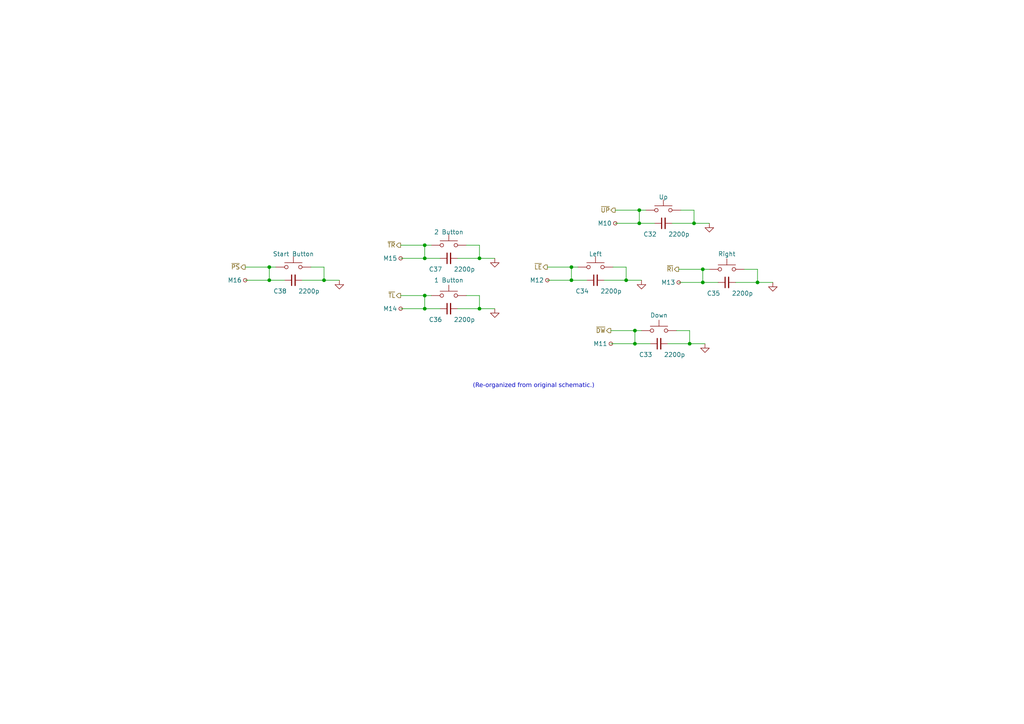
<source format=kicad_sch>
(kicad_sch (version 20231120) (generator "eeschema") (generator_version "8.0")
  (paper "A4")
  (title_block (title "Button Pads") (date "2023-02-14") (rev "1") (company "bald.ee/bitpreserve") (comment 1 "Drawn by James Lewis (@baldengineer)") (comment 2 "Modified by Allison Barfield for Microprocessor Museum"))
  (lib_symbols
    (symbol "Connector:TestPoint_Small" (pin_numbers hide) (pin_names (offset 0.762) hide)
      (property "Reference" "TP" (at 0 3.81 0))
      (property "Value" "TestPoint_Small" (at 0 2.032 0))
      (symbol "TestPoint_Small_0_1"
        (circle (center 0 0) (radius 0.508))
      )
      (symbol "TestPoint_Small_1_1"
        (pin passive line (at 0 0 90) (length 0) (name "1") (number "1"))
      )
    )
    (symbol "Device:C_Small" (pin_numbers hide) (pin_names (offset 0.254) hide)
      (property "Reference" "C" (at 0.254 1.778 0))
      (property "Value" "C_Small" (at 0.254 -2.032 0))
      (symbol "C_Small_0_1"
        (polyline (pts (xy -1.524 -0.508) (xy 1.524 -0.508)) (stroke (width 0.3302)))
        (polyline (pts (xy -1.524 0.508) (xy 1.524 0.508)) (stroke (width 0.3048)))
      )
      (symbol "C_Small_1_1"
        (pin passive line (at 0 2.54 270) (length 2.032) (name "~") (number "1"))
        (pin passive line (at 0 -2.54 90) (length 2.032) (name "~") (number "2"))
      )
    )
    (symbol "Switch:SW_Push" (pin_numbers hide) (pin_names (offset 1.016) hide)
      (property "Reference" "SW" (at 1.27 2.54 0))
      (property "Value" "SW_Push" (at 0 -1.524 0))
      (symbol "SW_Push_0_1"
        (circle (center -2.032 0) (radius 0.508))
        (polyline (pts (xy 0 1.27) (xy 0 3.048)))
        (polyline (pts (xy 2.54 1.27) (xy -2.54 1.27)))
        (circle (center 2.032 0) (radius 0.508))
        (pin passive line (at -5.08 0 0) (length 2.54) (name "1") (number "1"))
        (pin passive line (at 5.08 0 180) (length 2.54) (name "2") (number "2"))
      )
    )
    (symbol "power:GND" (power) (pin_names (offset 0))
      (property "Value" "GND" (at 0 -3.81 0))
      (symbol "GND_0_1"
        (polyline (pts (xy 0 0) (xy 0 -1.27) (xy 1.27 -1.27) (xy 0 -2.54) (xy -1.27 -1.27) (xy 0 -1.27)))
      )
      (symbol "GND_1_1"
        (pin power_in line (at 0 0 270) (length 0) hide (name "GND") (number "1"))
      )
    )
  )
  (junction (at 184.15 95.885))
  (junction (at 219.71 81.915))
  (junction (at 185.42 60.96))
  (junction (at 123.19 74.93))
  (junction (at 139.065 89.535))
  (junction (at 181.61 81.28))
  (junction (at 93.98 81.28))
  (junction (at 123.19 71.12))
  (junction (at 165.735 77.47))
  (junction (at 78.105 77.47))
  (junction (at 165.735 81.28))
  (junction (at 123.19 85.725))
  (junction (at 203.835 81.915))
  (junction (at 139.065 74.93))
  (junction (at 185.42 64.77))
  (junction (at 201.295 64.77))
  (junction (at 184.15 99.695))
  (junction (at 203.835 78.105))
  (junction (at 78.105 81.28))
  (junction (at 200.025 99.695))
  (junction (at 123.19 89.535))
  (wire (pts (xy 87.63 81.28) (xy 93.98 81.28)))
  (wire (pts (xy 193.675 99.695) (xy 200.025 99.695)))
  (wire (pts (xy 177.165 99.695) (xy 184.15 99.695)))
  (wire (pts (xy 177.165 95.885) (xy 184.15 95.885)))
  (wire (pts (xy 178.435 60.96) (xy 185.42 60.96)))
  (wire (pts (xy 184.15 99.695) (xy 188.595 99.695)))
  (wire (pts (xy 219.71 78.105) (xy 215.9 78.105)))
  (wire (pts (xy 78.105 77.47) (xy 78.105 81.28)))
  (wire (pts (xy 175.26 81.28) (xy 181.61 81.28)))
  (wire (pts (xy 123.19 85.725) (xy 123.19 89.535)))
  (wire (pts (xy 201.295 60.96) (xy 197.485 60.96)))
  (wire (pts (xy 200.025 99.695) (xy 200.025 95.885)))
  (wire (pts (xy 165.735 77.47) (xy 167.64 77.47)))
  (wire (pts (xy 213.36 81.915) (xy 219.71 81.915)))
  (wire (pts (xy 196.85 78.105) (xy 203.835 78.105)))
  (wire (pts (xy 181.61 81.28) (xy 186.055 81.28)))
  (wire (pts (xy 123.19 89.535) (xy 127.635 89.535)))
  (wire (pts (xy 93.98 81.28) (xy 98.425 81.28)))
  (wire (pts (xy 116.205 89.535) (xy 123.19 89.535)))
  (wire (pts (xy 116.205 74.93) (xy 123.19 74.93)))
  (wire (pts (xy 200.025 95.885) (xy 196.215 95.885)))
  (wire (pts (xy 201.295 64.77) (xy 201.295 60.96)))
  (wire (pts (xy 203.835 78.105) (xy 205.74 78.105)))
  (wire (pts (xy 116.205 71.12) (xy 123.19 71.12)))
  (wire (pts (xy 139.065 74.93) (xy 139.065 71.12)))
  (wire (pts (xy 139.065 85.725) (xy 135.255 85.725)))
  (wire (pts (xy 123.19 85.725) (xy 125.095 85.725)))
  (wire (pts (xy 139.065 89.535) (xy 143.51 89.535)))
  (wire (pts (xy 184.15 95.885) (xy 186.055 95.885)))
  (wire (pts (xy 203.835 81.915) (xy 208.28 81.915)))
  (wire (pts (xy 139.065 89.535) (xy 139.065 85.725)))
  (wire (pts (xy 93.98 81.28) (xy 93.98 77.47)))
  (wire (pts (xy 184.15 95.885) (xy 184.15 99.695)))
  (wire (pts (xy 132.715 74.93) (xy 139.065 74.93)))
  (wire (pts (xy 178.435 64.77) (xy 185.42 64.77)))
  (wire (pts (xy 78.105 77.47) (xy 80.01 77.47)))
  (wire (pts (xy 139.065 74.93) (xy 143.51 74.93)))
  (wire (pts (xy 165.735 77.47) (xy 165.735 81.28)))
  (wire (pts (xy 181.61 77.47) (xy 177.8 77.47)))
  (wire (pts (xy 71.12 81.28) (xy 78.105 81.28)))
  (wire (pts (xy 123.19 71.12) (xy 125.095 71.12)))
  (wire (pts (xy 123.19 74.93) (xy 127.635 74.93)))
  (wire (pts (xy 181.61 81.28) (xy 181.61 77.47)))
  (wire (pts (xy 158.75 81.28) (xy 165.735 81.28)))
  (wire (pts (xy 200.025 99.695) (xy 204.47 99.695)))
  (wire (pts (xy 71.12 77.47) (xy 78.105 77.47)))
  (wire (pts (xy 203.835 78.105) (xy 203.835 81.915)))
  (wire (pts (xy 139.065 71.12) (xy 135.255 71.12)))
  (wire (pts (xy 123.19 71.12) (xy 123.19 74.93)))
  (wire (pts (xy 185.42 64.77) (xy 189.865 64.77)))
  (wire (pts (xy 185.42 60.96) (xy 185.42 64.77)))
  (wire (pts (xy 219.71 81.915) (xy 219.71 78.105)))
  (wire (pts (xy 132.715 89.535) (xy 139.065 89.535)))
  (wire (pts (xy 116.205 85.725) (xy 123.19 85.725)))
  (wire (pts (xy 93.98 77.47) (xy 90.17 77.47)))
  (wire (pts (xy 165.735 81.28) (xy 170.18 81.28)))
  (wire (pts (xy 201.295 64.77) (xy 205.74 64.77)))
  (wire (pts (xy 158.75 77.47) (xy 165.735 77.47)))
  (wire (pts (xy 196.85 81.915) (xy 203.835 81.915)))
  (wire (pts (xy 78.105 81.28) (xy 82.55 81.28)))
  (wire (pts (xy 194.945 64.77) (xy 201.295 64.77)))
  (wire (pts (xy 219.71 81.915) (xy 224.155 81.915)))
  (wire (pts (xy 185.42 60.96) (xy 187.325 60.96)))
  (text "(Re-organized from original schematic.)" (at 137.16 113.03 0) (effects (font (size 1.27 1.27)) (justify left bottom)))
  (hierarchical_label "~{TL}" (shape output) (at 116.205 85.725 180))
  (hierarchical_label "~{TR}" (shape output) (at 116.205 71.12 180))
  (hierarchical_label "~{PS}" (shape output) (at 71.12 77.47 180))
  (hierarchical_label "~{UP}" (shape output) (at 178.435 60.96 180))
  (hierarchical_label "~{LE}" (shape output) (at 158.75 77.47 180))
  (hierarchical_label "~{RI}" (shape output) (at 196.85 78.105 180))
  (hierarchical_label "~{DW}" (shape output) (at 177.165 95.885 180))
  (symbol (lib_id "Connector:TestPoint_Small") (at 178.435 64.77 0) (unit 1)
    (property "Reference" "M10" (at 173.355 64.77 0) (effects (justify left)))
    (property "Value" "TestPoint_Small" (effects (hide yes)))
  )
  (symbol (lib_id "Connector:TestPoint_Small") (at 116.205 89.535 0) (unit 1)
    (property "Reference" "M14" (at 111.125 89.535 0) (effects (justify left)))
    (property "Value" "TestPoint_Small" (effects (hide yes)))
  )
  (symbol (lib_id "Device:C_Small") (at 192.405 64.77 90) (unit 1)
    (property "Reference" "C32" (at 190.5 67.945 90) (effects (justify left)))
    (property "Value" "2200p" (at 200.025 67.945 90) (effects (justify left)))
  )
  (symbol (lib_id "Device:C_Small") (at 130.175 74.93 90) (unit 1)
    (property "Reference" "C37" (at 128.27 78.105 90) (effects (justify left)))
    (property "Value" "2200p" (at 137.795 78.105 90) (effects (justify left)))
  )
  (symbol (lib_id "Switch:SW_Push") (at 172.72 77.47 0) (unit 1)
    (property "Reference" "M10" (effects (hide yes)))
    (property "Value" "Left" (at 172.72 73.66 0))
    (instances (project "Game Gear VA1" (path "" (reference "M10") (unit 1)) (path "" (reference "LEFT1") (unit 1))))
  )
  (symbol (lib_id "Switch:SW_Push") (at 130.175 85.725 0) (unit 1)
    (property "Reference" "M10" (effects (hide yes)))
    (property "Value" "1 Button" (at 130.175 81.28 0))
    (instances (project "Game Gear VA1" (path "" (reference "M10") (unit 1)) (path "" (reference "BUTTON_1") (unit 1))))
  )
  (symbol (lib_id "Switch:SW_Push") (at 191.135 95.885 0) (unit 1)
    (property "Reference" "M10" (effects (hide yes)))
    (property "Value" "Down" (at 191.135 91.44 0))
    (instances (project "Game Gear VA1" (path "" (reference "M10") (unit 1)) (path "" (reference "DOWN1") (unit 1))))
  )
  (symbol (lib_id "Device:C_Small") (at 85.09 81.28 90) (unit 1)
    (property "Reference" "C38" (at 83.185 84.455 90) (effects (justify left)))
    (property "Value" "2200p" (at 92.71 84.455 90) (effects (justify left)))
  )
  (symbol (lib_id "power:GND") (at 143.51 74.93 0) (unit 1)
    (property "Reference" "#PWR015" (effects (hide yes)))
    (property "Value" "GND" (effects (hide yes)))
  )
  (symbol (lib_id "Switch:SW_Push") (at 85.09 77.47 0) (unit 1)
    (property "Reference" "M10" (effects (hide yes)))
    (property "Value" "Start Button" (at 85.09 73.66 0))
    (instances (project "Game Gear VA1" (path "" (reference "M10") (unit 1)) (path "" (reference "START1") (unit 1))))
  )
  (symbol (lib_id "Device:C_Small") (at 210.82 81.915 90) (unit 1)
    (property "Reference" "C35" (at 208.915 85.09 90) (effects (justify left)))
    (property "Value" "2200p" (at 218.44 85.09 90) (effects (justify left)))
  )
  (symbol (lib_id "Connector:TestPoint_Small") (at 177.165 99.695 0) (unit 1)
    (property "Reference" "M11" (at 172.085 99.695 0) (effects (justify left)))
    (property "Value" "TestPoint_Small" (effects (hide yes)))
  )
  (symbol (lib_id "power:GND") (at 98.425 81.28 0) (unit 1)
    (property "Reference" "#PWR014" (effects (hide yes)))
    (property "Value" "GND" (effects (hide yes)))
  )
  (symbol (lib_id "power:GND") (at 186.055 81.28 0) (unit 1)
    (property "Reference" "#PWR017" (effects (hide yes)))
    (property "Value" "GND" (effects (hide yes)))
  )
  (symbol (lib_id "Device:C_Small") (at 130.175 89.535 90) (unit 1)
    (property "Reference" "C36" (at 128.27 92.71 90) (effects (justify left)))
    (property "Value" "2200p" (at 137.795 92.71 90) (effects (justify left)))
  )
  (symbol (lib_id "Device:C_Small") (at 172.72 81.28 90) (unit 1)
    (property "Reference" "C34" (at 170.815 84.455 90) (effects (justify left)))
    (property "Value" "2200p" (at 180.34 84.455 90) (effects (justify left)))
  )
  (symbol (lib_id "Connector:TestPoint_Small") (at 158.75 81.28 0) (unit 1)
    (property "Reference" "M12" (at 153.67 81.28 0) (effects (justify left)))
    (property "Value" "TestPoint_Small" (effects (hide yes)))
  )
  (symbol (lib_id "Connector:TestPoint_Small") (at 71.12 81.28 0) (unit 1)
    (property "Reference" "M16" (at 66.04 81.28 0) (effects (justify left)))
    (property "Value" "TestPoint_Small" (effects (hide yes)))
  )
  (symbol (lib_id "Device:C_Small") (at 191.135 99.695 90) (unit 1)
    (property "Reference" "C33" (at 189.23 102.87 90) (effects (justify left)))
    (property "Value" "2200p" (at 198.755 102.87 90) (effects (justify left)))
  )
  (symbol (lib_id "Switch:SW_Push") (at 210.82 78.105 0) (unit 1)
    (property "Reference" "M10" (effects (hide yes)))
    (property "Value" "Right" (at 210.82 73.66 0))
    (instances (project "Game Gear VA1" (path "" (reference "M10") (unit 1)) (path "" (reference "RIGHT1") (unit 1))))
  )
  (symbol (lib_id "Connector:TestPoint_Small") (at 196.85 81.915 0) (unit 1)
    (property "Reference" "M13" (at 191.77 81.915 0) (effects (justify left)))
    (property "Value" "TestPoint_Small" (effects (hide yes)))
  )
  (symbol (lib_id "Connector:TestPoint_Small") (at 116.205 74.93 0) (unit 1)
    (property "Reference" "M15" (at 111.125 74.93 0) (effects (justify left)))
    (property "Value" "TestPoint_Small" (effects (hide yes)))
  )
  (symbol (lib_id "power:GND") (at 224.155 81.915 0) (unit 1)
    (property "Reference" "#PWR019" (effects (hide yes)))
    (property "Value" "GND" (effects (hide yes)))
  )
  (symbol (lib_id "power:GND") (at 143.51 89.535 0) (unit 1)
    (property "Reference" "#PWR016" (effects (hide yes)))
    (property "Value" "GND" (effects (hide yes)))
  )
  (symbol (lib_id "Switch:SW_Push") (at 130.175 71.12 0) (unit 1)
    (property "Reference" "M10" (effects (hide yes)))
    (property "Value" "2 Button" (at 130.175 67.31 0))
    (instances (project "Game Gear VA1" (path "" (reference "M10") (unit 1)) (path "" (reference "BUTTON_2") (unit 1))))
  )
  (symbol (lib_id "Switch:SW_Push") (at 192.405 60.96 0) (unit 1)
    (property "Reference" "M10" (effects (hide yes)))
    (property "Value" "Up" (at 192.405 57.15 0))
    (instances (project "Game Gear VA1" (path "" (reference "M10") (unit 1)) (path "" (reference "Up1") (unit 1))))
  )
  (symbol (lib_id "power:GND") (at 204.47 99.695 0) (unit 1)
    (property "Reference" "#PWR020" (effects (hide yes)))
    (property "Value" "GND" (effects (hide yes)))
  )
  (symbol (lib_id "power:GND") (at 205.74 64.77 0) (unit 1)
    (property "Reference" "#PWR018" (effects (hide yes)))
    (property "Value" "GND" (effects (hide yes)))
  )
)
</source>
